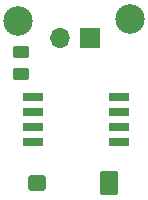
<source format=gbr>
%TF.GenerationSoftware,KiCad,Pcbnew,8.0.1*%
%TF.CreationDate,2025-01-22T20:29:26-07:00*%
%TF.ProjectId,IRRemote,49525265-6d6f-4746-952e-6b696361645f,rev?*%
%TF.SameCoordinates,Original*%
%TF.FileFunction,Soldermask,Top*%
%TF.FilePolarity,Negative*%
%FSLAX46Y46*%
G04 Gerber Fmt 4.6, Leading zero omitted, Abs format (unit mm)*
G04 Created by KiCad (PCBNEW 8.0.1) date 2025-01-22 20:29:26*
%MOMM*%
%LPD*%
G01*
G04 APERTURE LIST*
G04 Aperture macros list*
%AMRoundRect*
0 Rectangle with rounded corners*
0 $1 Rounding radius*
0 $2 $3 $4 $5 $6 $7 $8 $9 X,Y pos of 4 corners*
0 Add a 4 corners polygon primitive as box body*
4,1,4,$2,$3,$4,$5,$6,$7,$8,$9,$2,$3,0*
0 Add four circle primitives for the rounded corners*
1,1,$1+$1,$2,$3*
1,1,$1+$1,$4,$5*
1,1,$1+$1,$6,$7*
1,1,$1+$1,$8,$9*
0 Add four rect primitives between the rounded corners*
20,1,$1+$1,$2,$3,$4,$5,0*
20,1,$1+$1,$4,$5,$6,$7,0*
20,1,$1+$1,$6,$7,$8,$9,0*
20,1,$1+$1,$8,$9,$2,$3,0*%
G04 Aperture macros list end*
%ADD10R,1.700000X1.700000*%
%ADD11O,1.700000X1.700000*%
%ADD12RoundRect,0.250000X0.450000X-0.262500X0.450000X0.262500X-0.450000X0.262500X-0.450000X-0.262500X0*%
%ADD13C,2.500000*%
%ADD14R,1.700000X0.650000*%
%ADD15RoundRect,0.187500X-0.562500X-0.862500X0.562500X-0.862500X0.562500X0.862500X-0.562500X0.862500X0*%
%ADD16RoundRect,0.162500X-0.587500X-0.487500X0.587500X-0.487500X0.587500X0.487500X-0.587500X0.487500X0*%
%ADD17RoundRect,0.175000X-0.525000X-0.825000X0.525000X-0.825000X0.525000X0.825000X-0.525000X0.825000X0*%
%ADD18RoundRect,0.150000X-0.550000X-0.450000X0.550000X-0.450000X0.550000X0.450000X-0.550000X0.450000X0*%
G04 APERTURE END LIST*
D10*
%TO.C,J1*%
X139660000Y-67830000D03*
D11*
X137120000Y-67830000D03*
%TD*%
D12*
%TO.C,R2*%
X133810000Y-70840000D03*
X133810000Y-69015000D03*
%TD*%
D13*
%TO.C,H1*%
X133620000Y-66340000D03*
%TD*%
%TO.C,H2*%
X143100000Y-66240000D03*
%TD*%
D14*
%TO.C,U1*%
X134830000Y-72850000D03*
X134830000Y-74120000D03*
X134830000Y-75390000D03*
X134830000Y-76660000D03*
X142130000Y-76660000D03*
X142130000Y-75390000D03*
X142130000Y-74120000D03*
X142130000Y-72850000D03*
%TD*%
D15*
%TO.C,D2*%
X141300000Y-80080000D03*
D16*
X135200000Y-80080000D03*
D17*
X141300000Y-80080000D03*
D18*
X135200000Y-80080000D03*
%TD*%
M02*

</source>
